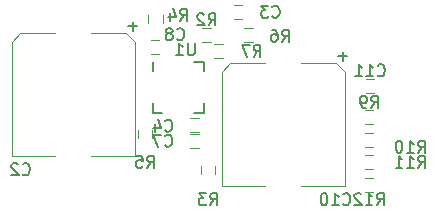
<source format=gbo>
G04 #@! TF.GenerationSoftware,KiCad,Pcbnew,(5.0.2)-1*
G04 #@! TF.CreationDate,2019-01-24T20:45:34+08:00*
G04 #@! TF.ProjectId,Inverter Trial 2,496e7665-7274-4657-9220-547269616c20,rev?*
G04 #@! TF.SameCoordinates,Original*
G04 #@! TF.FileFunction,Legend,Bot*
G04 #@! TF.FilePolarity,Positive*
%FSLAX46Y46*%
G04 Gerber Fmt 4.6, Leading zero omitted, Abs format (unit mm)*
G04 Created by KiCad (PCBNEW (5.0.2)-1) date 01/24/19 20:45:34*
%MOMM*%
%LPD*%
G01*
G04 APERTURE LIST*
%ADD10C,0.150000*%
%ADD11C,0.120000*%
G04 APERTURE END LIST*
D10*
G04 #@! TO.C,U1*
X169945000Y-53585000D02*
X169945000Y-52810000D01*
X174245000Y-53585000D02*
X174245000Y-52810000D01*
X174245000Y-49285000D02*
X174245000Y-50060000D01*
X169945000Y-49285000D02*
X169945000Y-50060000D01*
X174245000Y-53585000D02*
X173470000Y-53585000D01*
X174245000Y-49285000D02*
X173470000Y-49285000D01*
X169945000Y-53585000D02*
X170720000Y-53585000D01*
D11*
G04 #@! TO.C,C2*
X158745000Y-46860000D02*
X161635000Y-46860000D01*
X167645000Y-46860000D02*
X164755000Y-46860000D01*
X168405000Y-57280000D02*
X164755000Y-57280000D01*
X157985000Y-57280000D02*
X161635000Y-57280000D01*
X168405000Y-57280000D02*
X168405000Y-47620000D01*
X168405000Y-47620000D02*
X167645000Y-46860000D01*
X158745000Y-46860000D02*
X157985000Y-47620000D01*
X157985000Y-47620000D02*
X157985000Y-57280000D01*
G04 #@! TO.C,C3*
X177515000Y-44485000D02*
X176815000Y-44485000D01*
X176815000Y-45685000D02*
X177515000Y-45685000D01*
G04 #@! TO.C,C4*
X173132000Y-55210000D02*
X173832000Y-55210000D01*
X173832000Y-54010000D02*
X173132000Y-54010000D01*
G04 #@! TO.C,C7*
X173832000Y-55407000D02*
X173132000Y-55407000D01*
X173132000Y-56607000D02*
X173832000Y-56607000D01*
G04 #@! TO.C,C8*
X170464000Y-47406000D02*
X169764000Y-47406000D01*
X169764000Y-48606000D02*
X170464000Y-48606000D01*
G04 #@! TO.C,C10*
X176525000Y-49400000D02*
X179415000Y-49400000D01*
X185425000Y-49400000D02*
X182535000Y-49400000D01*
X186185000Y-59820000D02*
X182535000Y-59820000D01*
X175765000Y-59820000D02*
X179415000Y-59820000D01*
X186185000Y-59820000D02*
X186185000Y-50160000D01*
X186185000Y-50160000D02*
X185425000Y-49400000D01*
X176525000Y-49400000D02*
X175765000Y-50160000D01*
X175765000Y-50160000D02*
X175765000Y-59820000D01*
G04 #@! TO.C,C11*
X188691000Y-50708000D02*
X187991000Y-50708000D01*
X187991000Y-51908000D02*
X188691000Y-51908000D01*
G04 #@! TO.C,R2*
X174848000Y-46390000D02*
X174148000Y-46390000D01*
X174148000Y-47590000D02*
X174848000Y-47590000D01*
G04 #@! TO.C,R3*
X175225000Y-58770000D02*
X175225000Y-58070000D01*
X174025000Y-58070000D02*
X174025000Y-58770000D01*
G04 #@! TO.C,R4*
X169580000Y-45304000D02*
X169580000Y-46004000D01*
X170780000Y-46004000D02*
X170780000Y-45304000D01*
G04 #@! TO.C,R5*
X168691000Y-55022000D02*
X168691000Y-55722000D01*
X169891000Y-55722000D02*
X169891000Y-55022000D01*
G04 #@! TO.C,R6*
X178404000Y-46390000D02*
X177704000Y-46390000D01*
X177704000Y-47590000D02*
X178404000Y-47590000D01*
G04 #@! TO.C,R7*
X175164000Y-48987000D02*
X175864000Y-48987000D01*
X175864000Y-47787000D02*
X175164000Y-47787000D01*
G04 #@! TO.C,R9*
X187930000Y-54575000D02*
X188630000Y-54575000D01*
X188630000Y-53375000D02*
X187930000Y-53375000D01*
G04 #@! TO.C,R10*
X188630000Y-55280000D02*
X187930000Y-55280000D01*
X187930000Y-56480000D02*
X188630000Y-56480000D01*
G04 #@! TO.C,R11*
X187930000Y-58385000D02*
X188630000Y-58385000D01*
X188630000Y-57185000D02*
X187930000Y-57185000D01*
G04 #@! TO.C,R12*
X188630000Y-59090000D02*
X187930000Y-59090000D01*
X187930000Y-60290000D02*
X188630000Y-60290000D01*
G04 #@! TO.C,U1*
D10*
X173481904Y-47712380D02*
X173481904Y-48521904D01*
X173434285Y-48617142D01*
X173386666Y-48664761D01*
X173291428Y-48712380D01*
X173100952Y-48712380D01*
X173005714Y-48664761D01*
X172958095Y-48617142D01*
X172910476Y-48521904D01*
X172910476Y-47712380D01*
X171910476Y-48712380D02*
X172481904Y-48712380D01*
X172196190Y-48712380D02*
X172196190Y-47712380D01*
X172291428Y-47855238D01*
X172386666Y-47950476D01*
X172481904Y-47998095D01*
G04 #@! TO.C,C2*
X158916666Y-58777142D02*
X158964285Y-58824761D01*
X159107142Y-58872380D01*
X159202380Y-58872380D01*
X159345238Y-58824761D01*
X159440476Y-58729523D01*
X159488095Y-58634285D01*
X159535714Y-58443809D01*
X159535714Y-58300952D01*
X159488095Y-58110476D01*
X159440476Y-58015238D01*
X159345238Y-57920000D01*
X159202380Y-57872380D01*
X159107142Y-57872380D01*
X158964285Y-57920000D01*
X158916666Y-57967619D01*
X158535714Y-57967619D02*
X158488095Y-57920000D01*
X158392857Y-57872380D01*
X158154761Y-57872380D01*
X158059523Y-57920000D01*
X158011904Y-57967619D01*
X157964285Y-58062857D01*
X157964285Y-58158095D01*
X158011904Y-58300952D01*
X158583333Y-58872380D01*
X157964285Y-58872380D01*
X168236428Y-45909047D02*
X168236428Y-46670952D01*
X168617380Y-46290000D02*
X167855476Y-46290000D01*
G04 #@! TO.C,C3*
X180059666Y-45442142D02*
X180107285Y-45489761D01*
X180250142Y-45537380D01*
X180345380Y-45537380D01*
X180488238Y-45489761D01*
X180583476Y-45394523D01*
X180631095Y-45299285D01*
X180678714Y-45108809D01*
X180678714Y-44965952D01*
X180631095Y-44775476D01*
X180583476Y-44680238D01*
X180488238Y-44585000D01*
X180345380Y-44537380D01*
X180250142Y-44537380D01*
X180107285Y-44585000D01*
X180059666Y-44632619D01*
X179726333Y-44537380D02*
X179107285Y-44537380D01*
X179440619Y-44918333D01*
X179297761Y-44918333D01*
X179202523Y-44965952D01*
X179154904Y-45013571D01*
X179107285Y-45108809D01*
X179107285Y-45346904D01*
X179154904Y-45442142D01*
X179202523Y-45489761D01*
X179297761Y-45537380D01*
X179583476Y-45537380D01*
X179678714Y-45489761D01*
X179726333Y-45442142D01*
G04 #@! TO.C,C4*
X170981666Y-55094142D02*
X171029285Y-55141761D01*
X171172142Y-55189380D01*
X171267380Y-55189380D01*
X171410238Y-55141761D01*
X171505476Y-55046523D01*
X171553095Y-54951285D01*
X171600714Y-54760809D01*
X171600714Y-54617952D01*
X171553095Y-54427476D01*
X171505476Y-54332238D01*
X171410238Y-54237000D01*
X171267380Y-54189380D01*
X171172142Y-54189380D01*
X171029285Y-54237000D01*
X170981666Y-54284619D01*
X170124523Y-54522714D02*
X170124523Y-55189380D01*
X170362619Y-54141761D02*
X170600714Y-54856047D01*
X169981666Y-54856047D01*
G04 #@! TO.C,C7*
X170981666Y-56364142D02*
X171029285Y-56411761D01*
X171172142Y-56459380D01*
X171267380Y-56459380D01*
X171410238Y-56411761D01*
X171505476Y-56316523D01*
X171553095Y-56221285D01*
X171600714Y-56030809D01*
X171600714Y-55887952D01*
X171553095Y-55697476D01*
X171505476Y-55602238D01*
X171410238Y-55507000D01*
X171267380Y-55459380D01*
X171172142Y-55459380D01*
X171029285Y-55507000D01*
X170981666Y-55554619D01*
X170648333Y-55459380D02*
X169981666Y-55459380D01*
X170410238Y-56459380D01*
G04 #@! TO.C,C8*
X171997666Y-47347142D02*
X172045285Y-47394761D01*
X172188142Y-47442380D01*
X172283380Y-47442380D01*
X172426238Y-47394761D01*
X172521476Y-47299523D01*
X172569095Y-47204285D01*
X172616714Y-47013809D01*
X172616714Y-46870952D01*
X172569095Y-46680476D01*
X172521476Y-46585238D01*
X172426238Y-46490000D01*
X172283380Y-46442380D01*
X172188142Y-46442380D01*
X172045285Y-46490000D01*
X171997666Y-46537619D01*
X171426238Y-46870952D02*
X171521476Y-46823333D01*
X171569095Y-46775714D01*
X171616714Y-46680476D01*
X171616714Y-46632857D01*
X171569095Y-46537619D01*
X171521476Y-46490000D01*
X171426238Y-46442380D01*
X171235761Y-46442380D01*
X171140523Y-46490000D01*
X171092904Y-46537619D01*
X171045285Y-46632857D01*
X171045285Y-46680476D01*
X171092904Y-46775714D01*
X171140523Y-46823333D01*
X171235761Y-46870952D01*
X171426238Y-46870952D01*
X171521476Y-46918571D01*
X171569095Y-46966190D01*
X171616714Y-47061428D01*
X171616714Y-47251904D01*
X171569095Y-47347142D01*
X171521476Y-47394761D01*
X171426238Y-47442380D01*
X171235761Y-47442380D01*
X171140523Y-47394761D01*
X171092904Y-47347142D01*
X171045285Y-47251904D01*
X171045285Y-47061428D01*
X171092904Y-46966190D01*
X171140523Y-46918571D01*
X171235761Y-46870952D01*
G04 #@! TO.C,C10*
X186062857Y-61317142D02*
X186110476Y-61364761D01*
X186253333Y-61412380D01*
X186348571Y-61412380D01*
X186491428Y-61364761D01*
X186586666Y-61269523D01*
X186634285Y-61174285D01*
X186681904Y-60983809D01*
X186681904Y-60840952D01*
X186634285Y-60650476D01*
X186586666Y-60555238D01*
X186491428Y-60460000D01*
X186348571Y-60412380D01*
X186253333Y-60412380D01*
X186110476Y-60460000D01*
X186062857Y-60507619D01*
X185110476Y-61412380D02*
X185681904Y-61412380D01*
X185396190Y-61412380D02*
X185396190Y-60412380D01*
X185491428Y-60555238D01*
X185586666Y-60650476D01*
X185681904Y-60698095D01*
X184491428Y-60412380D02*
X184396190Y-60412380D01*
X184300952Y-60460000D01*
X184253333Y-60507619D01*
X184205714Y-60602857D01*
X184158095Y-60793333D01*
X184158095Y-61031428D01*
X184205714Y-61221904D01*
X184253333Y-61317142D01*
X184300952Y-61364761D01*
X184396190Y-61412380D01*
X184491428Y-61412380D01*
X184586666Y-61364761D01*
X184634285Y-61317142D01*
X184681904Y-61221904D01*
X184729523Y-61031428D01*
X184729523Y-60793333D01*
X184681904Y-60602857D01*
X184634285Y-60507619D01*
X184586666Y-60460000D01*
X184491428Y-60412380D01*
X186016428Y-48449047D02*
X186016428Y-49210952D01*
X186397380Y-48830000D02*
X185635476Y-48830000D01*
G04 #@! TO.C,C11*
X188983857Y-50415142D02*
X189031476Y-50462761D01*
X189174333Y-50510380D01*
X189269571Y-50510380D01*
X189412428Y-50462761D01*
X189507666Y-50367523D01*
X189555285Y-50272285D01*
X189602904Y-50081809D01*
X189602904Y-49938952D01*
X189555285Y-49748476D01*
X189507666Y-49653238D01*
X189412428Y-49558000D01*
X189269571Y-49510380D01*
X189174333Y-49510380D01*
X189031476Y-49558000D01*
X188983857Y-49605619D01*
X188031476Y-50510380D02*
X188602904Y-50510380D01*
X188317190Y-50510380D02*
X188317190Y-49510380D01*
X188412428Y-49653238D01*
X188507666Y-49748476D01*
X188602904Y-49796095D01*
X187079095Y-50510380D02*
X187650523Y-50510380D01*
X187364809Y-50510380D02*
X187364809Y-49510380D01*
X187460047Y-49653238D01*
X187555285Y-49748476D01*
X187650523Y-49796095D01*
G04 #@! TO.C,R2*
X174664666Y-46192380D02*
X174998000Y-45716190D01*
X175236095Y-46192380D02*
X175236095Y-45192380D01*
X174855142Y-45192380D01*
X174759904Y-45240000D01*
X174712285Y-45287619D01*
X174664666Y-45382857D01*
X174664666Y-45525714D01*
X174712285Y-45620952D01*
X174759904Y-45668571D01*
X174855142Y-45716190D01*
X175236095Y-45716190D01*
X174283714Y-45287619D02*
X174236095Y-45240000D01*
X174140857Y-45192380D01*
X173902761Y-45192380D01*
X173807523Y-45240000D01*
X173759904Y-45287619D01*
X173712285Y-45382857D01*
X173712285Y-45478095D01*
X173759904Y-45620952D01*
X174331333Y-46192380D01*
X173712285Y-46192380D01*
G04 #@! TO.C,R3*
X174791666Y-61412380D02*
X175125000Y-60936190D01*
X175363095Y-61412380D02*
X175363095Y-60412380D01*
X174982142Y-60412380D01*
X174886904Y-60460000D01*
X174839285Y-60507619D01*
X174791666Y-60602857D01*
X174791666Y-60745714D01*
X174839285Y-60840952D01*
X174886904Y-60888571D01*
X174982142Y-60936190D01*
X175363095Y-60936190D01*
X174458333Y-60412380D02*
X173839285Y-60412380D01*
X174172619Y-60793333D01*
X174029761Y-60793333D01*
X173934523Y-60840952D01*
X173886904Y-60888571D01*
X173839285Y-60983809D01*
X173839285Y-61221904D01*
X173886904Y-61317142D01*
X173934523Y-61364761D01*
X174029761Y-61412380D01*
X174315476Y-61412380D01*
X174410714Y-61364761D01*
X174458333Y-61317142D01*
G04 #@! TO.C,R4*
X172251666Y-45791380D02*
X172585000Y-45315190D01*
X172823095Y-45791380D02*
X172823095Y-44791380D01*
X172442142Y-44791380D01*
X172346904Y-44839000D01*
X172299285Y-44886619D01*
X172251666Y-44981857D01*
X172251666Y-45124714D01*
X172299285Y-45219952D01*
X172346904Y-45267571D01*
X172442142Y-45315190D01*
X172823095Y-45315190D01*
X171394523Y-45124714D02*
X171394523Y-45791380D01*
X171632619Y-44743761D02*
X171870714Y-45458047D01*
X171251666Y-45458047D01*
G04 #@! TO.C,R5*
X169457666Y-58237380D02*
X169791000Y-57761190D01*
X170029095Y-58237380D02*
X170029095Y-57237380D01*
X169648142Y-57237380D01*
X169552904Y-57285000D01*
X169505285Y-57332619D01*
X169457666Y-57427857D01*
X169457666Y-57570714D01*
X169505285Y-57665952D01*
X169552904Y-57713571D01*
X169648142Y-57761190D01*
X170029095Y-57761190D01*
X168552904Y-57237380D02*
X169029095Y-57237380D01*
X169076714Y-57713571D01*
X169029095Y-57665952D01*
X168933857Y-57618333D01*
X168695761Y-57618333D01*
X168600523Y-57665952D01*
X168552904Y-57713571D01*
X168505285Y-57808809D01*
X168505285Y-58046904D01*
X168552904Y-58142142D01*
X168600523Y-58189761D01*
X168695761Y-58237380D01*
X168933857Y-58237380D01*
X169029095Y-58189761D01*
X169076714Y-58142142D01*
G04 #@! TO.C,R6*
X180887666Y-47569380D02*
X181221000Y-47093190D01*
X181459095Y-47569380D02*
X181459095Y-46569380D01*
X181078142Y-46569380D01*
X180982904Y-46617000D01*
X180935285Y-46664619D01*
X180887666Y-46759857D01*
X180887666Y-46902714D01*
X180935285Y-46997952D01*
X180982904Y-47045571D01*
X181078142Y-47093190D01*
X181459095Y-47093190D01*
X180030523Y-46569380D02*
X180221000Y-46569380D01*
X180316238Y-46617000D01*
X180363857Y-46664619D01*
X180459095Y-46807476D01*
X180506714Y-46997952D01*
X180506714Y-47378904D01*
X180459095Y-47474142D01*
X180411476Y-47521761D01*
X180316238Y-47569380D01*
X180125761Y-47569380D01*
X180030523Y-47521761D01*
X179982904Y-47474142D01*
X179935285Y-47378904D01*
X179935285Y-47140809D01*
X179982904Y-47045571D01*
X180030523Y-46997952D01*
X180125761Y-46950333D01*
X180316238Y-46950333D01*
X180411476Y-46997952D01*
X180459095Y-47045571D01*
X180506714Y-47140809D01*
G04 #@! TO.C,R7*
X178474666Y-48839380D02*
X178808000Y-48363190D01*
X179046095Y-48839380D02*
X179046095Y-47839380D01*
X178665142Y-47839380D01*
X178569904Y-47887000D01*
X178522285Y-47934619D01*
X178474666Y-48029857D01*
X178474666Y-48172714D01*
X178522285Y-48267952D01*
X178569904Y-48315571D01*
X178665142Y-48363190D01*
X179046095Y-48363190D01*
X178141333Y-47839380D02*
X177474666Y-47839380D01*
X177903238Y-48839380D01*
G04 #@! TO.C,R9*
X188446666Y-53157380D02*
X188780000Y-52681190D01*
X189018095Y-53157380D02*
X189018095Y-52157380D01*
X188637142Y-52157380D01*
X188541904Y-52205000D01*
X188494285Y-52252619D01*
X188446666Y-52347857D01*
X188446666Y-52490714D01*
X188494285Y-52585952D01*
X188541904Y-52633571D01*
X188637142Y-52681190D01*
X189018095Y-52681190D01*
X187970476Y-53157380D02*
X187780000Y-53157380D01*
X187684761Y-53109761D01*
X187637142Y-53062142D01*
X187541904Y-52919285D01*
X187494285Y-52728809D01*
X187494285Y-52347857D01*
X187541904Y-52252619D01*
X187589523Y-52205000D01*
X187684761Y-52157380D01*
X187875238Y-52157380D01*
X187970476Y-52205000D01*
X188018095Y-52252619D01*
X188065714Y-52347857D01*
X188065714Y-52585952D01*
X188018095Y-52681190D01*
X187970476Y-52728809D01*
X187875238Y-52776428D01*
X187684761Y-52776428D01*
X187589523Y-52728809D01*
X187541904Y-52681190D01*
X187494285Y-52585952D01*
G04 #@! TO.C,R10*
X192412857Y-56967380D02*
X192746190Y-56491190D01*
X192984285Y-56967380D02*
X192984285Y-55967380D01*
X192603333Y-55967380D01*
X192508095Y-56015000D01*
X192460476Y-56062619D01*
X192412857Y-56157857D01*
X192412857Y-56300714D01*
X192460476Y-56395952D01*
X192508095Y-56443571D01*
X192603333Y-56491190D01*
X192984285Y-56491190D01*
X191460476Y-56967380D02*
X192031904Y-56967380D01*
X191746190Y-56967380D02*
X191746190Y-55967380D01*
X191841428Y-56110238D01*
X191936666Y-56205476D01*
X192031904Y-56253095D01*
X190841428Y-55967380D02*
X190746190Y-55967380D01*
X190650952Y-56015000D01*
X190603333Y-56062619D01*
X190555714Y-56157857D01*
X190508095Y-56348333D01*
X190508095Y-56586428D01*
X190555714Y-56776904D01*
X190603333Y-56872142D01*
X190650952Y-56919761D01*
X190746190Y-56967380D01*
X190841428Y-56967380D01*
X190936666Y-56919761D01*
X190984285Y-56872142D01*
X191031904Y-56776904D01*
X191079523Y-56586428D01*
X191079523Y-56348333D01*
X191031904Y-56157857D01*
X190984285Y-56062619D01*
X190936666Y-56015000D01*
X190841428Y-55967380D01*
G04 #@! TO.C,R11*
X192412857Y-58237380D02*
X192746190Y-57761190D01*
X192984285Y-58237380D02*
X192984285Y-57237380D01*
X192603333Y-57237380D01*
X192508095Y-57285000D01*
X192460476Y-57332619D01*
X192412857Y-57427857D01*
X192412857Y-57570714D01*
X192460476Y-57665952D01*
X192508095Y-57713571D01*
X192603333Y-57761190D01*
X192984285Y-57761190D01*
X191460476Y-58237380D02*
X192031904Y-58237380D01*
X191746190Y-58237380D02*
X191746190Y-57237380D01*
X191841428Y-57380238D01*
X191936666Y-57475476D01*
X192031904Y-57523095D01*
X190508095Y-58237380D02*
X191079523Y-58237380D01*
X190793809Y-58237380D02*
X190793809Y-57237380D01*
X190889047Y-57380238D01*
X190984285Y-57475476D01*
X191079523Y-57523095D01*
G04 #@! TO.C,R12*
X188922857Y-61392380D02*
X189256190Y-60916190D01*
X189494285Y-61392380D02*
X189494285Y-60392380D01*
X189113333Y-60392380D01*
X189018095Y-60440000D01*
X188970476Y-60487619D01*
X188922857Y-60582857D01*
X188922857Y-60725714D01*
X188970476Y-60820952D01*
X189018095Y-60868571D01*
X189113333Y-60916190D01*
X189494285Y-60916190D01*
X187970476Y-61392380D02*
X188541904Y-61392380D01*
X188256190Y-61392380D02*
X188256190Y-60392380D01*
X188351428Y-60535238D01*
X188446666Y-60630476D01*
X188541904Y-60678095D01*
X187589523Y-60487619D02*
X187541904Y-60440000D01*
X187446666Y-60392380D01*
X187208571Y-60392380D01*
X187113333Y-60440000D01*
X187065714Y-60487619D01*
X187018095Y-60582857D01*
X187018095Y-60678095D01*
X187065714Y-60820952D01*
X187637142Y-61392380D01*
X187018095Y-61392380D01*
G04 #@! TD*
M02*

</source>
